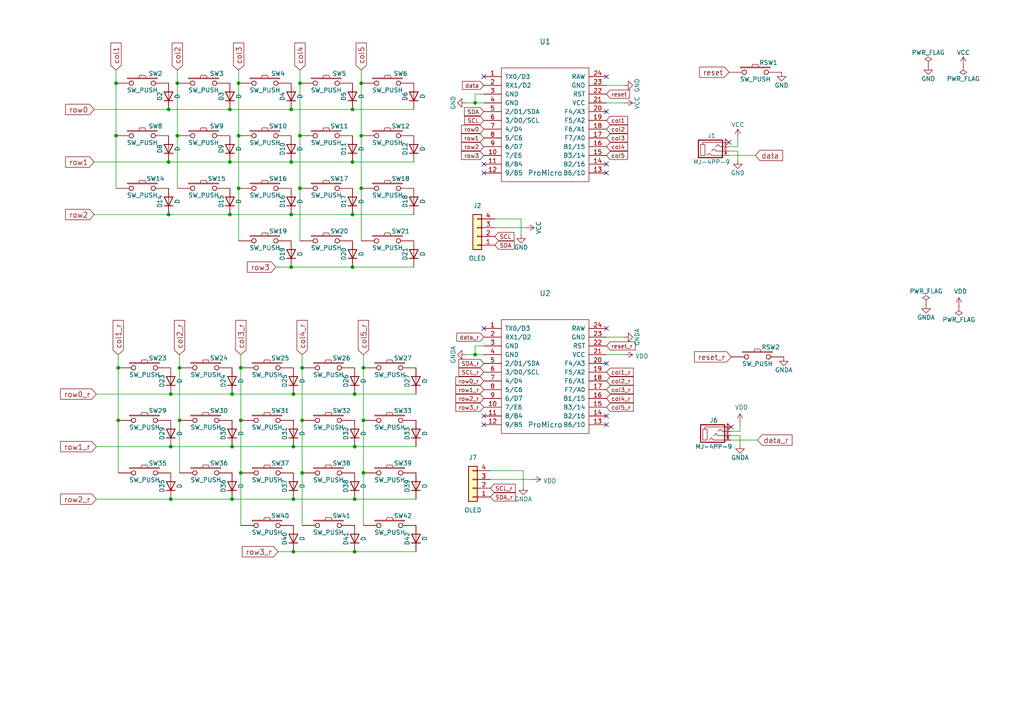
<source format=kicad_sch>
(kicad_sch (version 20211123) (generator eeschema)
  (paper "A4")
  (title_block (title "Card36") (date "2022-04-04") (rev "0.1") (company "desantisb") (comment 1 "design derived from foostan/crkbd"))
  (lib_symbols
    (symbol "Connector_Generic:Conn_01x04" (pin_names (offset 1.016) hide)
      (property "Reference" "J" (at 0 5.08 0))
      (property "Value" "Conn_01x04" (at 0 -7.62 0))
      (symbol "Conn_01x04_1_1"
        (rectangle (start -1.27 -4.953) (end 0 -5.207) (stroke (width 0.1524)))
        (rectangle (start -1.27 -2.413) (end 0 -2.667) (stroke (width 0.1524)))
        (rectangle (start -1.27 0.127) (end 0 -0.127) (stroke (width 0.1524)))
        (rectangle (start -1.27 2.667) (end 0 2.413) (stroke (width 0.1524)))
        (rectangle (start -1.27 3.81) (end 1.27 -6.35) (stroke (width 0.254)) (fill (type background)))
        (pin passive line (at -5.08 2.54 0) (length 3.81) (name "Pin_1") (number "1"))
        (pin passive line (at -5.08 0 0) (length 3.81) (name "Pin_2") (number "2"))
        (pin passive line (at -5.08 -2.54 0) (length 3.81) (name "Pin_3") (number "3"))
        (pin passive line (at -5.08 -5.08 0) (length 3.81) (name "Pin_4") (number "4"))
      )
    )
    (symbol "Device:D" (pin_numbers hide) (pin_names (offset 1.016) hide)
      (property "Reference" "D" (at 0 2.54 0))
      (property "Value" "D" (at 0 -2.54 0))
      (symbol "D_0_1"
        (polyline (pts (xy -1.27 1.27) (xy -1.27 -1.27)) (stroke (width 0.254)))
        (polyline (pts (xy 1.27 0) (xy -1.27 0)))
        (polyline (pts (xy 1.27 1.27) (xy 1.27 -1.27) (xy -1.27 0) (xy 1.27 1.27)) (stroke (width 0.254)))
      )
      (symbol "D_1_1"
        (pin passive line (at -3.81 0 0) (length 2.54) (name "K") (number "1"))
        (pin passive line (at 3.81 0 180) (length 2.54) (name "A") (number "2"))
      )
    )
    (symbol "kbd:MJ-4PP-9" (pin_names (offset 1.016))
      (property "Reference" "J" (at 0 3.81 0))
      (property "Value" "MJ-4PP-9" (at 0 -3.81 0))
      (symbol "MJ-4PP-9_0_1"
        (rectangle (start -1.905 -1.905) (end -3.175 1.27))
        (polyline (pts (xy -2.54 1.27) (xy -2.54 1.905) (xy 3.175 1.905)))
        (polyline (pts (xy -1.27 -1.905) (xy -0.635 -1.27) (xy 0 -1.905) (xy 3.175 -1.905)))
        (polyline (pts (xy 0 -0.635) (xy 0.635 0) (xy 1.27 -0.635) (xy 3.175 -0.635)))
        (polyline (pts (xy 1.27 0.635) (xy 1.905 1.27) (xy 2.54 0.635) (xy 3.175 0.635)))
        (rectangle (start 3.175 2.54) (end -3.81 -2.54) (stroke (width 0.3048)))
      )
      (symbol "MJ-4PP-9_1_1"
        (pin input line (at 5.08 1.905 180) (length 2.0066) (name "~") (number "A"))
        (pin input line (at 5.08 -1.905 180) (length 2.0066) (name "~") (number "B"))
        (pin input line (at 5.08 -0.635 180) (length 2.0066) (name "~") (number "C"))
        (pin input line (at 5.08 0.635 180) (length 2.0066) (name "~") (number "D"))
      )
    )
    (symbol "kbd:ProMicro" (pin_names (offset 1.016))
      (property "Reference" "U" (at 0 19.05 0))
      (property "Value" "ProMicro" (at 0 -19.05 0))
      (symbol "ProMicro_0_1"
        (rectangle (start -12.7 16.51) (end 12.7 -16.51))
      )
      (symbol "ProMicro_1_1"
        (pin bidirectional line (at -17.78 13.97 0) (length 5.08) (name "TX0/D3") (number "1"))
        (pin bidirectional line (at -17.78 -8.89 0) (length 5.08) (name "7/E6") (number "10"))
        (pin bidirectional line (at -17.78 -11.43 0) (length 5.08) (name "8/B4") (number "11"))
        (pin bidirectional line (at -17.78 -13.97 0) (length 5.08) (name "9/B5") (number "12"))
        (pin bidirectional line (at 17.78 -13.97 180) (length 5.08) (name "B6/10") (number "13"))
        (pin bidirectional line (at 17.78 -11.43 180) (length 5.08) (name "B2/16") (number "14"))
        (pin bidirectional line (at 17.78 -8.89 180) (length 5.08) (name "B3/14") (number "15"))
        (pin bidirectional line (at 17.78 -6.35 180) (length 5.08) (name "B1/15") (number "16"))
        (pin bidirectional line (at 17.78 -3.81 180) (length 5.08) (name "F7/A0") (number "17"))
        (pin bidirectional line (at 17.78 -1.27 180) (length 5.08) (name "F6/A1") (number "18"))
        (pin bidirectional line (at 17.78 1.27 180) (length 5.08) (name "F5/A2") (number "19"))
        (pin bidirectional line (at -17.78 11.43 0) (length 5.08) (name "RX1/D2") (number "2"))
        (pin bidirectional line (at 17.78 3.81 180) (length 5.08) (name "F4/A3") (number "20"))
        (pin power_in line (at 17.78 6.35 180) (length 5.08) (name "VCC") (number "21"))
        (pin input line (at 17.78 8.89 180) (length 5.08) (name "RST") (number "22"))
        (pin power_in line (at 17.78 11.43 180) (length 5.08) (name "GND") (number "23"))
        (pin power_out line (at 17.78 13.97 180) (length 5.08) (name "RAW") (number "24"))
        (pin power_in line (at -17.78 8.89 0) (length 5.08) (name "GND") (number "3"))
        (pin power_in line (at -17.78 6.35 0) (length 5.08) (name "GND") (number "4"))
        (pin bidirectional line (at -17.78 3.81 0) (length 5.08) (name "2/D1/SDA") (number "5"))
        (pin bidirectional line (at -17.78 1.27 0) (length 5.08) (name "3/D0/SCL") (number "6"))
        (pin bidirectional line (at -17.78 -1.27 0) (length 5.08) (name "4/D4") (number "7"))
        (pin bidirectional line (at -17.78 -3.81 0) (length 5.08) (name "5/C6") (number "8"))
        (pin bidirectional line (at -17.78 -6.35 0) (length 5.08) (name "6/D7") (number "9"))
      )
    )
    (symbol "kbd:SW_PUSH" (pin_numbers hide) (pin_names (offset 1.016) hide)
      (property "Reference" "SW" (at 3.81 2.794 0))
      (property "Value" "SW_PUSH" (at 0 -2.032 0))
      (symbol "SW_PUSH_0_1"
        (rectangle (start -4.318 1.27) (end 4.318 1.524))
        (polyline (pts (xy -1.016 1.524) (xy -0.762 2.286) (xy 0.762 2.286) (xy 1.016 1.524)))
        (pin passive inverted (at -7.62 0 0) (length 5.08) (name "1") (number "1"))
        (pin passive inverted (at 7.62 0 180) (length 5.08) (name "2") (number "2"))
      )
    )
    (symbol "power:GND" (power) (pin_names (offset 0))
      (property "Value" "GND" (at 0 -3.81 0))
      (symbol "GND_0_1"
        (polyline (pts (xy 0 0) (xy 0 -1.27) (xy 1.27 -1.27) (xy 0 -2.54) (xy -1.27 -1.27) (xy 0 -1.27)))
      )
      (symbol "GND_1_1"
        (pin power_in line (at 0 0 270) (length 0) hide (name "GND") (number "1"))
      )
    )
    (symbol "power:GNDA" (power) (pin_names (offset 0))
      (property "Value" "GNDA" (at 0 -3.81 0))
      (symbol "GNDA_0_1"
        (polyline (pts (xy 0 0) (xy 0 -1.27) (xy 1.27 -1.27) (xy 0 -2.54) (xy -1.27 -1.27) (xy 0 -1.27)))
      )
      (symbol "GNDA_1_1"
        (pin power_in line (at 0 0 270) (length 0) hide (name "GNDA") (number "1"))
      )
    )
    (symbol "power:PWR_FLAG" (power) (pin_numbers hide) (pin_names (offset 0) hide)
      (property "Value" "PWR_FLAG" (at 0 3.81 0))
      (symbol "PWR_FLAG_0_0"
        (pin power_out line (at 0 0 90) (length 0) (name "pwr") (number "1"))
      )
      (symbol "PWR_FLAG_0_1"
        (polyline (pts (xy 0 0) (xy 0 1.27) (xy -1.016 1.905) (xy 0 2.54) (xy 1.016 1.905) (xy 0 1.27)))
      )
    )
    (symbol "power:VCC" (power) (pin_names (offset 0))
      (property "Value" "VCC" (at 0 3.81 0))
      (symbol "VCC_0_1"
        (polyline (pts (xy -0.762 1.27) (xy 0 2.54)))
        (polyline (pts (xy 0 0) (xy 0 2.54)))
        (polyline (pts (xy 0 2.54) (xy 0.762 1.27)))
      )
      (symbol "VCC_1_1"
        (pin power_in line (at 0 0 90) (length 0) hide (name "VCC") (number "1"))
      )
    )
    (symbol "power:VDD" (power) (pin_names (offset 0))
      (property "Value" "VDD" (at 0 3.81 0))
      (symbol "VDD_0_1"
        (polyline (pts (xy -0.762 1.27) (xy 0 2.54)))
        (polyline (pts (xy 0 0) (xy 0 2.54)))
        (polyline (pts (xy 0 2.54) (xy 0.762 1.27)))
      )
      (symbol "VDD_1_1"
        (pin power_in line (at 0 0 90) (length 0) hide (name "VDD") (number "1"))
      )
    )
  )
  (junction (at 105.41 121.92))
  (junction (at 104.775 24.13))
  (junction (at 34.29 106.68))
  (junction (at 84.455 77.47))
  (junction (at 69.215 54.61))
  (junction (at 87.63 121.92))
  (junction (at 84.455 46.99))
  (junction (at 102.235 31.75))
  (junction (at 33.655 24.13))
  (junction (at 48.895 62.23))
  (junction (at 102.87 114.3))
  (junction (at 85.09 129.54))
  (junction (at 84.455 31.75))
  (junction (at 69.85 106.68))
  (junction (at 69.85 137.16))
  (junction (at 85.09 114.3))
  (junction (at 34.29 121.92))
  (junction (at 48.895 31.75))
  (junction (at 102.235 77.47))
  (junction (at 102.87 129.54))
  (junction (at 85.09 144.78))
  (junction (at 102.87 144.78))
  (junction (at 67.31 114.3))
  (junction (at 102.235 62.23))
  (junction (at 69.85 121.92))
  (junction (at 105.41 137.16))
  (junction (at 102.235 46.99))
  (junction (at 102.87 160.02))
  (junction (at 105.41 106.68))
  (junction (at 84.455 62.23))
  (junction (at 52.07 121.92))
  (junction (at 49.53 129.54))
  (junction (at 137.795 29.845))
  (junction (at 48.895 46.99))
  (junction (at 49.53 144.78))
  (junction (at 104.775 39.37))
  (junction (at 137.795 102.87))
  (junction (at 87.63 137.16))
  (junction (at 86.995 24.13))
  (junction (at 66.675 46.99))
  (junction (at 69.215 39.37))
  (junction (at 87.63 106.68))
  (junction (at 33.655 39.37))
  (junction (at 85.09 160.02))
  (junction (at 51.435 39.37))
  (junction (at 49.53 114.3))
  (junction (at 66.675 31.75))
  (junction (at 67.31 129.54))
  (junction (at 66.675 62.23))
  (junction (at 51.435 24.13))
  (junction (at 67.31 144.78))
  (junction (at 69.215 24.13))
  (junction (at 86.995 39.37))
  (junction (at 86.995 54.61))
  (junction (at 52.07 106.68))
  (junction (at 104.775 54.61))
  (no_connect (at 175.895 50.165))
  (no_connect (at 175.895 120.65))
  (no_connect (at 6.35 -20.955))
  (no_connect (at 175.895 32.385))
  (no_connect (at 212.09 123.825))
  (no_connect (at 140.335 50.165))
  (no_connect (at 140.335 95.25))
  (no_connect (at 140.335 22.225))
  (no_connect (at 175.895 105.41))
  (no_connect (at 140.335 120.65))
  (no_connect (at 211.455 41.275))
  (no_connect (at 140.335 123.19))
  (no_connect (at 175.895 95.25))
  (no_connect (at 140.335 47.625))
  (no_connect (at 175.895 47.625))
  (no_connect (at 175.895 22.225))
  (no_connect (at 175.895 123.19))
  (wire (pts (xy 137.795 27.305) (xy 137.795 29.845)))
  (wire (pts (xy 27.305 46.99) (xy 48.895 46.99)))
  (wire (pts (xy 33.655 39.37) (xy 33.655 54.61)))
  (wire (pts (xy 84.455 62.23) (xy 102.235 62.23)))
  (wire (pts (xy 104.775 54.61) (xy 104.775 69.85)))
  (wire (pts (xy 85.09 114.3) (xy 102.87 114.3)))
  (wire (pts (xy 105.41 121.92) (xy 105.41 137.16)))
  (wire (pts (xy 69.215 54.61) (xy 69.215 69.85)))
  (wire (pts (xy 34.29 106.68) (xy 34.29 121.92)))
  (wire (pts (xy 69.85 102.87) (xy 69.85 106.68)))
  (wire (pts (xy 87.63 137.16) (xy 87.63 152.4)))
  (wire (pts (xy 86.995 54.61) (xy 86.995 69.85)))
  (wire (pts (xy 214.63 126.365) (xy 214.63 128.905)))
  (wire (pts (xy 52.07 121.92) (xy 52.07 137.16)))
  (wire (pts (xy 211.455 42.545) (xy 213.995 42.545)))
  (wire (pts (xy 142.24 136.525) (xy 151.765 136.525)))
  (wire (pts (xy 52.07 102.87) (xy 52.07 106.68)))
  (wire (pts (xy 102.235 62.23) (xy 120.015 62.23)))
  (wire (pts (xy 140.335 100.33) (xy 137.795 100.33)))
  (wire (pts (xy 51.435 20.32) (xy 51.435 24.13)))
  (wire (pts (xy 214.63 125.095) (xy 214.63 122.555)))
  (wire (pts (xy 104.775 24.13) (xy 104.775 39.37)))
  (wire (pts (xy 142.24 139.065) (xy 154.305 139.065)))
  (wire (pts (xy 102.87 160.02) (xy 120.65 160.02)))
  (wire (pts (xy 102.235 31.75) (xy 120.015 31.75)))
  (wire (pts (xy 67.31 114.3) (xy 85.09 114.3)))
  (wire (pts (xy 69.85 121.92) (xy 69.85 137.16)))
  (wire (pts (xy 66.675 62.23) (xy 84.455 62.23)))
  (wire (pts (xy 175.895 24.765) (xy 180.975 24.765)))
  (wire (pts (xy 213.995 42.545) (xy 213.995 40.005)))
  (wire (pts (xy 140.335 27.305) (xy 137.795 27.305)))
  (wire (pts (xy 27.94 144.78) (xy 49.53 144.78)))
  (wire (pts (xy 212.09 126.365) (xy 214.63 126.365)))
  (wire (pts (xy 175.895 29.845) (xy 180.975 29.845)))
  (wire (pts (xy 84.455 77.47) (xy 102.235 77.47)))
  (wire (pts (xy 137.795 29.845) (xy 140.335 29.845)))
  (wire (pts (xy 67.31 144.78) (xy 85.09 144.78)))
  (wire (pts (xy 85.09 129.54) (xy 102.87 129.54)))
  (wire (pts (xy 69.215 39.37) (xy 69.215 54.61)))
  (wire (pts (xy 34.29 102.87) (xy 34.29 106.68)))
  (wire (pts (xy 48.895 62.23) (xy 66.675 62.23)))
  (wire (pts (xy 105.41 102.87) (xy 105.41 106.68)))
  (wire (pts (xy 51.435 39.37) (xy 51.435 54.61)))
  (wire (pts (xy 49.53 129.54) (xy 67.31 129.54)))
  (wire (pts (xy 151.765 136.525) (xy 151.765 140.97)))
  (wire (pts (xy 86.995 20.32) (xy 86.995 24.13)))
  (wire (pts (xy 69.215 20.32) (xy 69.215 24.13)))
  (wire (pts (xy 105.41 106.68) (xy 105.41 121.92)))
  (wire (pts (xy 86.995 39.37) (xy 86.995 54.61)))
  (wire (pts (xy 151.13 63.5) (xy 143.51 63.5)))
  (wire (pts (xy 84.455 31.75) (xy 102.235 31.75)))
  (wire (pts (xy 85.09 144.78) (xy 102.87 144.78)))
  (wire (pts (xy 135.255 29.845) (xy 137.795 29.845)))
  (wire (pts (xy 66.675 46.99) (xy 84.455 46.99)))
  (wire (pts (xy 143.51 66.04) (xy 152.4 66.04)))
  (wire (pts (xy 80.01 77.47) (xy 84.455 77.47)))
  (wire (pts (xy 102.235 77.47) (xy 120.015 77.47)))
  (wire (pts (xy 27.305 31.75) (xy 48.895 31.75)))
  (wire (pts (xy 102.87 144.78) (xy 120.65 144.78)))
  (wire (pts (xy 49.53 144.78) (xy 67.31 144.78)))
  (wire (pts (xy 51.435 24.13) (xy 51.435 39.37)))
  (wire (pts (xy 80.645 160.02) (xy 85.09 160.02)))
  (wire (pts (xy 212.09 125.095) (xy 214.63 125.095)))
  (wire (pts (xy 48.895 46.99) (xy 66.675 46.99)))
  (wire (pts (xy 33.655 24.13) (xy 33.655 39.37)))
  (wire (pts (xy 211.455 43.815) (xy 213.995 43.815)))
  (wire (pts (xy 67.31 129.54) (xy 85.09 129.54)))
  (wire (pts (xy 84.455 46.99) (xy 102.235 46.99)))
  (wire (pts (xy 34.29 121.92) (xy 34.29 137.16)))
  (wire (pts (xy 87.63 102.87) (xy 87.63 106.68)))
  (wire (pts (xy 48.895 31.75) (xy 66.675 31.75)))
  (wire (pts (xy 66.675 31.75) (xy 84.455 31.75)))
  (wire (pts (xy 87.63 106.68) (xy 87.63 121.92)))
  (wire (pts (xy 27.94 114.3) (xy 49.53 114.3)))
  (wire (pts (xy 211.455 45.085) (xy 219.075 45.085)))
  (wire (pts (xy 33.655 20.32) (xy 33.655 24.13)))
  (wire (pts (xy 49.53 114.3) (xy 67.31 114.3)))
  (wire (pts (xy 27.305 62.23) (xy 48.895 62.23)))
  (wire (pts (xy 212.09 127.635) (xy 219.71 127.635)))
  (wire (pts (xy 135.255 102.87) (xy 137.795 102.87)))
  (wire (pts (xy 27.94 129.54) (xy 49.53 129.54)))
  (wire (pts (xy 137.795 100.33) (xy 137.795 102.87)))
  (wire (pts (xy 175.895 97.79) (xy 180.975 97.79)))
  (wire (pts (xy 87.63 121.92) (xy 87.63 137.16)))
  (wire (pts (xy 102.87 129.54) (xy 120.65 129.54)))
  (wire (pts (xy 85.09 160.02) (xy 102.87 160.02)))
  (wire (pts (xy 213.995 43.815) (xy 213.995 46.355)))
  (wire (pts (xy 86.995 24.13) (xy 86.995 39.37)))
  (wire (pts (xy 105.41 137.16) (xy 105.41 152.4)))
  (wire (pts (xy 102.87 114.3) (xy 120.65 114.3)))
  (wire (pts (xy 104.775 20.32) (xy 104.775 24.13)))
  (wire (pts (xy 102.235 46.99) (xy 120.015 46.99)))
  (wire (pts (xy 104.775 39.37) (xy 104.775 54.61)))
  (wire (pts (xy 69.85 106.68) (xy 69.85 121.92)))
  (wire (pts (xy 52.07 106.68) (xy 52.07 121.92)))
  (wire (pts (xy 151.13 67.945) (xy 151.13 63.5)))
  (wire (pts (xy 69.215 24.13) (xy 69.215 39.37)))
  (wire (pts (xy 175.895 102.87) (xy 180.975 102.87)))
  (wire (pts (xy 69.85 137.16) (xy 69.85 152.4)))
  (wire (pts (xy 137.795 102.87) (xy 140.335 102.87)))
  (global_label "col4" (shape input) (at 175.895 42.545 0) (effects (font (size 1.1938 1.1938))) (property "Intersheet References" "${INTERSHEET_REFS}" (effects hide)))
  (global_label "col1" (shape input) (at 33.655 20.32 90) (effects (font (size 1.524 1.524))) (property "Intersheet References" "${INTERSHEET_REFS}" (effects hide)))
  (global_label "row3" (shape input) (at 140.335 45.085 180) (effects (font (size 1.1938 1.1938))) (property "Intersheet References" "${INTERSHEET_REFS}" (effects hide)))
  (global_label "col3_r" (shape input) (at 175.895 113.03 0) (effects (font (size 1.1938 1.1938))) (property "Intersheet References" "${INTERSHEET_REFS}" (effects hide)))
  (global_label "row0_r" (shape input) (at 140.335 110.49 180) (effects (font (size 1.1938 1.1938))) (property "Intersheet References" "${INTERSHEET_REFS}" (effects hide)))
  (global_label "row3_r" (shape input) (at 140.335 118.11 180) (effects (font (size 1.1938 1.1938))) (property "Intersheet References" "${INTERSHEET_REFS}" (effects hide)))
  (global_label "col3" (shape input) (at 69.215 20.32 90) (effects (font (size 1.524 1.524))) (property "Intersheet References" "${INTERSHEET_REFS}" (effects hide)))
  (global_label "reset_r" (shape input) (at 175.895 100.33 0) (effects (font (size 1.1938 1.1938))) (property "Intersheet References" "${INTERSHEET_REFS}" (effects hide)))
  (global_label "col4_r" (shape input) (at 87.63 102.87 90) (effects (font (size 1.524 1.524))) (property "Intersheet References" "${INTERSHEET_REFS}" (effects hide)))
  (global_label "row2" (shape input) (at 140.335 42.545 180) (effects (font (size 1.1938 1.1938))) (property "Intersheet References" "${INTERSHEET_REFS}" (effects hide)))
  (global_label "col3_r" (shape input) (at 69.85 102.87 90) (effects (font (size 1.524 1.524))) (property "Intersheet References" "${INTERSHEET_REFS}" (effects hide)))
  (global_label "reset" (shape input) (at 175.895 27.305 0) (effects (font (size 1.1938 1.1938))) (property "Intersheet References" "${INTERSHEET_REFS}" (effects hide)))
  (global_label "row2_r" (shape input) (at 140.335 115.57 180) (effects (font (size 1.1938 1.1938))) (property "Intersheet References" "${INTERSHEET_REFS}" (effects hide)))
  (global_label "col2" (shape input) (at 175.895 37.465 0) (effects (font (size 1.1938 1.1938))) (property "Intersheet References" "${INTERSHEET_REFS}" (effects hide)))
  (global_label "SCL" (shape input) (at 143.51 68.58 0) (effects (font (size 1.1938 1.1938))) (property "Intersheet References" "${INTERSHEET_REFS}" (effects hide)))
  (global_label "col5_r" (shape input) (at 175.895 118.11 0) (effects (font (size 1.1938 1.1938))) (property "Intersheet References" "${INTERSHEET_REFS}" (effects hide)))
  (global_label "data" (shape input) (at 140.335 24.765 180) (effects (font (size 1.1938 1.1938))) (property "Intersheet References" "${INTERSHEET_REFS}" (effects hide)))
  (global_label "row1" (shape input) (at 140.335 40.005 180) (effects (font (size 1.1938 1.1938))) (property "Intersheet References" "${INTERSHEET_REFS}" (effects hide)))
  (global_label "col4" (shape input) (at 86.995 20.32 90) (effects (font (size 1.524 1.524))) (property "Intersheet References" "${INTERSHEET_REFS}" (effects hide)))
  (global_label "col1_r" (shape input) (at 175.895 107.95 0) (effects (font (size 1.1938 1.1938))) (property "Intersheet References" "${INTERSHEET_REFS}" (effects hide)))
  (global_label "data_r" (shape input) (at 140.335 97.79 180) (effects (font (size 1.1938 1.1938))) (property "Intersheet References" "${INTERSHEET_REFS}" (effects hide)))
  (global_label "SCL" (shape input) (at 140.335 34.925 180) (effects (font (size 1.1938 1.1938))) (property "Intersheet References" "${INTERSHEET_REFS}" (effects hide)))
  (global_label "SDA_r" (shape input) (at 140.335 105.41 180) (effects (font (size 1.1938 1.1938))) (property "Intersheet References" "${INTERSHEET_REFS}" (effects hide)))
  (global_label "reset_r" (shape input) (at 212.09 103.505 180) (effects (font (size 1.524 1.524))) (property "Intersheet References" "${INTERSHEET_REFS}" (effects hide)))
  (global_label "row0" (shape input) (at 27.305 31.75 180) (effects (font (size 1.524 1.524))) (property "Intersheet References" "${INTERSHEET_REFS}" (effects hide)))
  (global_label "col2_r" (shape input) (at 175.895 110.49 0) (effects (font (size 1.1938 1.1938))) (property "Intersheet References" "${INTERSHEET_REFS}" (effects hide)))
  (global_label "col3" (shape input) (at 175.895 40.005 0) (effects (font (size 1.1938 1.1938))) (property "Intersheet References" "${INTERSHEET_REFS}" (effects hide)))
  (global_label "row2_r" (shape input) (at 27.94 144.78 180) (effects (font (size 1.524 1.524))) (property "Intersheet References" "${INTERSHEET_REFS}" (effects hide)))
  (global_label "row2" (shape input) (at 27.305 62.23 180) (effects (font (size 1.524 1.524))) (property "Intersheet References" "${INTERSHEET_REFS}" (effects hide)))
  (global_label "row0" (shape input) (at 140.335 37.465 180) (effects (font (size 1.1938 1.1938))) (property "Intersheet References" "${INTERSHEET_REFS}" (effects hide)))
  (global_label "reset" (shape input) (at 211.455 20.955 180) (effects (font (size 1.524 1.524))) (property "Intersheet References" "${INTERSHEET_REFS}" (effects hide)))
  (global_label "row3_r" (shape input) (at 80.645 160.02 180) (effects (font (size 1.524 1.524))) (property "Intersheet References" "${INTERSHEET_REFS}" (effects hide)))
  (global_label "data_r" (shape input) (at 219.71 127.635 0) (effects (font (size 1.524 1.524))) (property "Intersheet References" "${INTERSHEET_REFS}" (effects hide)))
  (global_label "col2_r" (shape input) (at 52.07 102.87 90) (effects (font (size 1.524 1.524))) (property "Intersheet References" "${INTERSHEET_REFS}" (effects hide)))
  (global_label "SCL_r" (shape input) (at 142.24 141.605 0) (effects (font (size 1.1938 1.1938))) (property "Intersheet References" "${INTERSHEET_REFS}" (effects hide)))
  (global_label "SDA" (shape input) (at 140.335 32.385 180) (effects (font (size 1.1938 1.1938))) (property "Intersheet References" "${INTERSHEET_REFS}" (effects hide)))
  (global_label "row1_r" (shape input) (at 140.335 113.03 180) (effects (font (size 1.1938 1.1938))) (property "Intersheet References" "${INTERSHEET_REFS}" (effects hide)))
  (global_label "col5" (shape input) (at 175.895 45.085 0) (effects (font (size 1.1938 1.1938))) (property "Intersheet References" "${INTERSHEET_REFS}" (effects hide)))
  (global_label "row1" (shape input) (at 27.305 46.99 180) (effects (font (size 1.524 1.524))) (property "Intersheet References" "${INTERSHEET_REFS}" (effects hide)))
  (global_label "col5_r" (shape input) (at 105.41 102.87 90) (effects (font (size 1.524 1.524))) (property "Intersheet References" "${INTERSHEET_REFS}" (effects hide)))
  (global_label "SDA" (shape input) (at 143.51 71.12 0) (effects (font (size 1.1938 1.1938))) (property "Intersheet References" "${INTERSHEET_REFS}" (effects hide)))
  (global_label "row0_r" (shape input) (at 27.94 114.3 180) (effects (font (size 1.524 1.524))) (property "Intersheet References" "${INTERSHEET_REFS}" (effects hide)))
  (global_label "col1" (shape input) (at 175.895 34.925 0) (effects (font (size 1.1938 1.1938))) (property "Intersheet References" "${INTERSHEET_REFS}" (effects hide)))
  (global_label "col1_r" (shape input) (at 34.29 102.87 90) (effects (font (size 1.524 1.524))) (property "Intersheet References" "${INTERSHEET_REFS}" (effects hide)))
  (global_label "col2" (shape input) (at 51.435 20.32 90) (effects (font (size 1.524 1.524))) (property "Intersheet References" "${INTERSHEET_REFS}" (effects hide)))
  (global_label "data" (shape input) (at 219.075 45.085 0) (effects (font (size 1.524 1.524))) (property "Intersheet References" "${INTERSHEET_REFS}" (effects hide)))
  (global_label "col5" (shape input) (at 104.775 20.32 90) (effects (font (size 1.524 1.524))) (property "Intersheet References" "${INTERSHEET_REFS}" (effects hide)))
  (global_label "row1_r" (shape input) (at 27.94 129.54 180) (effects (font (size 1.524 1.524))) (property "Intersheet References" "${INTERSHEET_REFS}" (effects hide)))
  (global_label "col4_r" (shape input) (at 175.895 115.57 0) (effects (font (size 1.1938 1.1938))) (property "Intersheet References" "${INTERSHEET_REFS}" (effects hide)))
  (global_label "SCL_r" (shape input) (at 140.335 107.95 180) (effects (font (size 1.1938 1.1938))) (property "Intersheet References" "${INTERSHEET_REFS}" (effects hide)))
  (global_label "SDA_r" (shape input) (at 142.24 144.145 0) (effects (font (size 1.1938 1.1938))) (property "Intersheet References" "${INTERSHEET_REFS}" (effects hide)))
  (global_label "row3" (shape input) (at 80.01 77.47 180) (effects (font (size 1.524 1.524))) (property "Intersheet References" "${INTERSHEET_REFS}" (effects hide)))
  (symbol (lib_id "kbd:ProMicro") (at 158.115 36.195 0) (unit 1)
    (property "Reference" "U1" (at 158.115 12.065 0) (effects (font (size 1.524 1.524))))
    (property "Value" "ProMicro" (at 158.115 50.165 0) (effects (font (size 1.524 1.524))))
    (property "Footprint" "kbd:ProMicro_v3" (effects hide))
  )
  (symbol (lib_id "kbd:SW_PUSH") (at 41.275 24.13 0) (unit 1)
    (property "Reference" "SW2" (at 45.085 21.336 0))
    (property "Value" "SW_PUSH" (at 41.275 26.162 0))
    (property "Footprint" "kbd:CherryMX_ChocV2_1u" (effects hide))
  )
  (symbol (lib_id "Device:D") (at 48.895 27.94 90) (unit 1)
    (property "Reference" "D2" (at 46.355 27.94 0))
    (property "Value" "D" (at 51.435 27.94 0))
    (property "Footprint" "kbd:D3_TH" (effects hide))
  )
  (symbol (lib_id "kbd:SW_PUSH") (at 59.055 24.13 0) (unit 1)
    (property "Reference" "SW3" (at 62.865 21.336 0))
    (property "Value" "SW_PUSH" (at 59.055 26.162 0))
    (property "Footprint" "kbd:CherryMX_ChocV2_1u" (effects hide))
  )
  (symbol (lib_id "Device:D") (at 66.675 27.94 90) (unit 1)
    (property "Reference" "D3" (at 64.135 27.94 0))
    (property "Value" "D" (at 69.215 27.94 0))
    (property "Footprint" "kbd:D3_TH" (effects hide))
  )
  (symbol (lib_id "kbd:SW_PUSH") (at 76.835 24.13 0) (unit 1)
    (property "Reference" "SW4" (at 80.645 21.336 0))
    (property "Value" "SW_PUSH" (at 76.835 26.162 0))
    (property "Footprint" "kbd:CherryMX_ChocV2_1u" (effects hide))
  )
  (symbol (lib_id "kbd:SW_PUSH") (at 94.615 24.13 0) (unit 1)
    (property "Reference" "SW5" (at 98.425 21.336 0))
    (property "Value" "SW_PUSH" (at 94.615 26.162 0))
    (property "Footprint" "kbd:CherryMX_ChocV2_1u" (effects hide))
  )
  (symbol (lib_id "kbd:SW_PUSH") (at 112.395 24.13 0) (unit 1)
    (property "Reference" "SW6" (at 116.205 21.336 0))
    (property "Value" "SW_PUSH" (at 112.395 26.162 0))
    (property "Footprint" "kbd:CherryMX_ChocV2_1u" (effects hide))
  )
  (symbol (lib_id "Device:D") (at 84.455 27.94 90) (unit 1)
    (property "Reference" "D4" (at 81.915 27.94 0))
    (property "Value" "D" (at 86.995 27.94 0))
    (property "Footprint" "kbd:D3_TH" (effects hide))
  )
  (symbol (lib_id "Device:D") (at 102.235 27.94 90) (unit 1)
    (property "Reference" "D5" (at 99.695 27.94 0))
    (property "Value" "D" (at 104.775 27.94 0))
    (property "Footprint" "kbd:D3_TH" (effects hide))
  )
  (symbol (lib_id "Device:D") (at 120.015 27.94 90) (unit 1)
    (property "Reference" "D6" (at 117.475 27.94 0))
    (property "Value" "D" (at 122.555 27.94 0))
    (property "Footprint" "kbd:D3_TH" (effects hide))
  )
  (symbol (lib_id "kbd:SW_PUSH") (at 41.275 39.37 0) (unit 1)
    (property "Reference" "SW8" (at 45.085 36.576 0))
    (property "Value" "SW_PUSH" (at 41.275 41.402 0))
    (property "Footprint" "kbd:CherryMX_ChocV2_1u" (effects hide))
  )
  (symbol (lib_id "Device:D") (at 48.895 43.18 90) (unit 1)
    (property "Reference" "D8" (at 46.355 43.18 0))
    (property "Value" "D" (at 51.435 43.18 0))
    (property "Footprint" "kbd:D3_TH" (effects hide))
  )
  (symbol (lib_id "kbd:SW_PUSH") (at 59.055 39.37 0) (unit 1)
    (property "Reference" "SW9" (at 62.865 36.576 0))
    (property "Value" "SW_PUSH" (at 59.055 41.402 0))
    (property "Footprint" "kbd:CherryMX_ChocV2_1u" (effects hide))
  )
  (symbol (lib_id "Device:D") (at 66.675 43.18 90) (unit 1)
    (property "Reference" "D9" (at 64.135 43.18 0))
    (property "Value" "D" (at 69.215 43.18 0))
    (property "Footprint" "kbd:D3_TH" (effects hide))
  )
  (symbol (lib_id "kbd:SW_PUSH") (at 76.835 39.37 0) (unit 1)
    (property "Reference" "SW10" (at 80.645 36.576 0))
    (property "Value" "SW_PUSH" (at 76.835 41.402 0))
    (property "Footprint" "kbd:CherryMX_ChocV2_1u" (effects hide))
  )
  (symbol (lib_id "kbd:SW_PUSH") (at 94.615 39.37 0) (unit 1)
    (property "Reference" "SW11" (at 98.425 36.576 0))
    (property "Value" "SW_PUSH" (at 94.615 41.402 0))
    (property "Footprint" "kbd:CherryMX_ChocV2_1u" (effects hide))
  )
  (symbol (lib_id "kbd:SW_PUSH") (at 112.395 39.37 0) (unit 1)
    (property "Reference" "SW12" (at 116.205 36.576 0))
    (property "Value" "SW_PUSH" (at 112.395 41.402 0))
    (property "Footprint" "kbd:CherryMX_ChocV2_1u" (effects hide))
  )
  (symbol (lib_id "Device:D") (at 84.455 43.18 90) (unit 1)
    (property "Reference" "D10" (at 81.915 43.18 0))
    (property "Value" "D" (at 86.995 43.18 0))
    (property "Footprint" "kbd:D3_TH" (effects hide))
  )
  (symbol (lib_id "Device:D") (at 102.235 43.18 90) (unit 1)
    (property "Reference" "D11" (at 99.695 43.18 0))
    (property "Value" "D" (at 104.775 43.18 0))
    (property "Footprint" "kbd:D3_TH" (effects hide))
  )
  (symbol (lib_id "Device:D") (at 120.015 43.18 90) (unit 1)
    (property "Reference" "D12" (at 117.475 43.18 0))
    (property "Value" "D" (at 122.555 43.18 0))
    (property "Footprint" "kbd:D3_TH" (effects hide))
  )
  (symbol (lib_id "kbd:SW_PUSH") (at 41.275 54.61 0) (unit 1)
    (property "Reference" "SW14" (at 45.085 51.816 0))
    (property "Value" "SW_PUSH" (at 41.275 56.642 0))
    (property "Footprint" "kbd:CherryMX_ChocV2_1u" (effects hide))
  )
  (symbol (lib_id "Device:D") (at 48.895 58.42 90) (unit 1)
    (property "Reference" "D14" (at 46.355 58.42 0))
    (property "Value" "D" (at 51.435 58.42 0))
    (property "Footprint" "kbd:D3_TH" (effects hide))
  )
  (symbol (lib_id "kbd:SW_PUSH") (at 59.055 54.61 0) (unit 1)
    (property "Reference" "SW15" (at 62.865 51.816 0))
    (property "Value" "SW_PUSH" (at 59.055 56.642 0))
    (property "Footprint" "kbd:CherryMX_ChocV2_1u" (effects hide))
  )
  (symbol (lib_id "Device:D") (at 66.675 58.42 90) (unit 1)
    (property "Reference" "D15" (at 64.135 58.42 0))
    (property "Value" "D" (at 69.215 58.42 0))
    (property "Footprint" "kbd:D3_TH" (effects hide))
  )
  (symbol (lib_id "kbd:SW_PUSH") (at 76.835 54.61 0) (unit 1)
    (property "Reference" "SW16" (at 80.645 51.816 0))
    (property "Value" "SW_PUSH" (at 76.835 56.642 0))
    (property "Footprint" "kbd:CherryMX_ChocV2_1u" (effects hide))
  )
  (symbol (lib_id "kbd:SW_PUSH") (at 94.615 54.61 0) (unit 1)
    (property "Reference" "SW17" (at 98.425 51.816 0))
    (property "Value" "SW_PUSH" (at 94.615 56.642 0))
    (property "Footprint" "kbd:CherryMX_ChocV2_1u" (effects hide))
  )
  (symbol (lib_id "kbd:SW_PUSH") (at 112.395 54.61 0) (unit 1)
    (property "Reference" "SW18" (at 116.205 51.816 0))
    (property "Value" "SW_PUSH" (at 112.395 56.642 0))
    (property "Footprint" "kbd:CherryMX_ChocV2_1u" (effects hide))
  )
  (symbol (lib_id "Device:D") (at 84.455 58.42 90) (unit 1)
    (property "Reference" "D16" (at 81.915 58.42 0))
    (property "Value" "D" (at 86.995 58.42 0))
    (property "Footprint" "kbd:D3_TH" (effects hide))
  )
  (symbol (lib_id "Device:D") (at 102.235 58.42 90) (unit 1)
    (property "Reference" "D17" (at 99.695 58.42 0))
    (property "Value" "D" (at 104.775 58.42 0))
    (property "Footprint" "kbd:D3_TH" (effects hide))
  )
  (symbol (lib_id "Device:D") (at 120.015 58.42 90) (unit 1)
    (property "Reference" "D18" (at 117.475 58.42 0))
    (property "Value" "D" (at 122.555 58.42 0))
    (property "Footprint" "kbd:D3_TH" (effects hide))
  )
  (symbol (lib_id "kbd:SW_PUSH") (at 94.615 69.85 0) (unit 1)
    (property "Reference" "SW20" (at 98.425 67.056 0))
    (property "Value" "SW_PUSH" (at 94.615 71.882 0))
    (property "Footprint" "kbd:CherryMX_ChocV2_1u" (effects hide))
  )
  (symbol (lib_id "Device:D") (at 102.235 73.66 90) (unit 1)
    (property "Reference" "D20" (at 99.695 73.66 0))
    (property "Value" "D" (at 104.775 73.66 0))
    (property "Footprint" "kbd:D3_TH" (effects hide))
  )
  (symbol (lib_id "kbd:SW_PUSH") (at 112.395 69.85 0) (unit 1)
    (property "Reference" "SW21" (at 116.205 67.056 0))
    (property "Value" "SW_PUSH" (at 112.395 71.882 0))
    (property "Footprint" "kbd:CherryMX_ChocV2_1.5u" (effects hide))
  )
  (symbol (lib_id "Device:D") (at 120.015 73.66 90) (unit 1)
    (property "Reference" "D21" (at 117.475 73.66 0))
    (property "Value" "D" (at 122.555 73.66 0))
    (property "Footprint" "kbd:D3_TH" (effects hide))
  )
  (symbol (lib_id "kbd:SW_PUSH") (at 76.835 69.85 0) (unit 1)
    (property "Reference" "SW19" (at 80.645 67.056 0))
    (property "Value" "SW_PUSH" (at 76.835 71.882 0))
    (property "Footprint" "kbd:CherryMX_ChocV2_1u" (effects hide))
  )
  (symbol (lib_id "Device:D") (at 84.455 73.66 90) (unit 1)
    (property "Reference" "D19" (at 81.915 73.66 0))
    (property "Value" "D" (at 86.995 73.66 0))
    (property "Footprint" "kbd:D3_TH" (effects hide))
  )
  (symbol (lib_id "power:GND") (at 180.975 24.765 90) (unit 1)
    (property "Reference" "#PWR03" (effects hide))
    (property "Value" "GND" (at 184.785 24.765 0))
  )
  (symbol (lib_id "power:VCC") (at 180.975 29.845 270) (unit 1)
    (property "Reference" "#PWR05" (effects hide))
    (property "Value" "VCC" (at 184.785 29.845 0))
  )
  (symbol (lib_id "power:GND") (at 135.255 29.845 270) (unit 1)
    (property "Reference" "#PWR04" (effects hide))
    (property "Value" "GND" (at 131.445 29.845 0))
  )
  (symbol (lib_id "power:GND") (at 269.24 19.05 0) (unit 1)
    (property "Reference" "#PWR01" (effects hide))
    (property "Value" "GND" (at 269.24 22.86 0))
  )
  (symbol (lib_id "power:VCC") (at 279.4 19.05 0) (unit 1)
    (property "Reference" "#PWR02" (effects hide))
    (property "Value" "VCC" (at 279.4 15.24 0))
  )
  (symbol (lib_id "power:PWR_FLAG") (at 279.4 19.05 180) (unit 1)
    (property "Reference" "#FLG02" (effects hide))
    (property "Value" "PWR_FLAG" (at 279.4 22.86 0))
  )
  (symbol (lib_id "power:PWR_FLAG") (at 269.24 19.05 0) (unit 1)
    (property "Reference" "#FLG01" (effects hide))
    (property "Value" "PWR_FLAG" (at 269.24 15.24 0))
  )
  (symbol (lib_id "kbd:SW_PUSH") (at 219.075 20.955 0) (unit 1)
    (property "Reference" "RSW1" (at 222.885 18.161 0))
    (property "Value" "SW_PUSH" (at 219.075 22.987 0))
    (property "Footprint" "kbd:ResetSW_1side" (effects hide))
  )
  (symbol (lib_id "power:GND") (at 226.695 20.955 0) (unit 1)
    (property "Reference" "#PWR07" (effects hide))
    (property "Value" "GND" (at 226.695 24.765 0))
  )
  (symbol (lib_id "power:VCC") (at 213.995 40.005 0) (unit 1)
    (property "Reference" "#PWR06" (effects hide))
    (property "Value" "VCC" (at 213.995 36.195 0))
  )
  (symbol (lib_id "power:GND") (at 213.995 46.355 0) (unit 1)
    (property "Reference" "#PWR08" (effects hide))
    (property "Value" "GND" (at 213.995 50.165 0))
  )
  (symbol (lib_id "Connector_Generic:Conn_01x04") (at 138.43 68.58 180) (unit 1)
    (property "Reference" "J2" (at 138.43 59.69 0))
    (property "Value" "OLED" (at 138.43 74.93 0))
    (property "Footprint" "kbd:OLED_1side" (effects hide))
  )
  (symbol (lib_id "power:GND") (at 151.13 67.945 0) (unit 1)
    (property "Reference" "#PWR019" (effects hide))
    (property "Value" "GND" (at 151.13 71.755 0))
  )
  (symbol (lib_id "power:VCC") (at 152.4 66.04 270) (unit 1)
    (property "Reference" "#PWR018" (effects hide))
    (property "Value" "VCC" (at 156.21 66.04 0))
  )
  (symbol (lib_id "kbd:MJ-4PP-9") (at 206.375 43.18 0) (unit 1)
    (property "Reference" "J1" (at 206.375 39.37 0))
    (property "Value" "MJ-4PP-9" (at 206.375 46.99 0))
    (property "Footprint" "kbd:MJ-4PP-9_1side" (effects hide))
  )
  (symbol (lib_id "kbd:ProMicro") (at 158.115 109.22 0) (unit 1)
    (property "Reference" "U2" (at 158.115 85.09 0) (effects (font (size 1.524 1.524))))
    (property "Value" "ProMicro" (at 158.115 123.19 0) (effects (font (size 1.524 1.524))))
    (property "Footprint" "kbd:ProMicro_v3" (effects hide))
  )
  (symbol (lib_id "kbd:SW_PUSH") (at 41.91 106.68 0) (unit 1)
    (property "Reference" "SW23" (at 45.72 103.886 0))
    (property "Value" "SW_PUSH" (at 41.91 108.712 0))
    (property "Footprint" "kbd:CherryMX_ChocV2_1u" (effects hide))
  )
  (symbol (lib_id "Device:D") (at 49.53 110.49 90) (unit 1)
    (property "Reference" "D23" (at 46.99 110.49 0))
    (property "Value" "D" (at 52.07 110.49 0))
    (property "Footprint" "kbd:D3_TH" (effects hide))
  )
  (symbol (lib_id "kbd:SW_PUSH") (at 59.69 106.68 0) (unit 1)
    (property "Reference" "SW24" (at 63.5 103.886 0))
    (property "Value" "SW_PUSH" (at 59.69 108.712 0))
    (property "Footprint" "kbd:CherryMX_ChocV2_1u" (effects hide))
  )
  (symbol (lib_id "Device:D") (at 67.31 110.49 90) (unit 1)
    (property "Reference" "D24" (at 64.77 110.49 0))
    (property "Value" "D" (at 69.85 110.49 0))
    (property "Footprint" "kbd:D3_TH" (effects hide))
  )
  (symbol (lib_id "kbd:SW_PUSH") (at 77.47 106.68 0) (unit 1)
    (property "Reference" "SW25" (at 81.28 103.886 0))
    (property "Value" "SW_PUSH" (at 77.47 108.712 0))
    (property "Footprint" "kbd:CherryMX_ChocV2_1u" (effects hide))
  )
  (symbol (lib_id "kbd:SW_PUSH") (at 95.25 106.68 0) (unit 1)
    (property "Reference" "SW26" (at 99.06 103.886 0))
    (property "Value" "SW_PUSH" (at 95.25 108.712 0))
    (property "Footprint" "kbd:CherryMX_ChocV2_1u" (effects hide))
  )
  (symbol (lib_id "kbd:SW_PUSH") (at 113.03 106.68 0) (unit 1)
    (property "Reference" "SW27" (at 116.84 103.886 0))
    (property "Value" "SW_PUSH" (at 113.03 108.712 0))
    (property "Footprint" "kbd:CherryMX_ChocV2_1u" (effects hide))
  )
  (symbol (lib_id "Device:D") (at 85.09 110.49 90) (unit 1)
    (property "Reference" "D25" (at 82.55 110.49 0))
    (property "Value" "D" (at 87.63 110.49 0))
    (property "Footprint" "kbd:D3_TH" (effects hide))
  )
  (symbol (lib_id "Device:D") (at 102.87 110.49 90) (unit 1)
    (property "Reference" "D26" (at 100.33 110.49 0))
    (property "Value" "D" (at 105.41 110.49 0))
    (property "Footprint" "kbd:D3_TH" (effects hide))
  )
  (symbol (lib_id "Device:D") (at 120.65 110.49 90) (unit 1)
    (property "Reference" "D27" (at 118.11 110.49 0))
    (property "Value" "D" (at 123.19 110.49 0))
    (property "Footprint" "kbd:D3_TH" (effects hide))
  )
  (symbol (lib_id "kbd:SW_PUSH") (at 41.91 121.92 0) (unit 1)
    (property "Reference" "SW29" (at 45.72 119.126 0))
    (property "Value" "SW_PUSH" (at 41.91 123.952 0))
    (property "Footprint" "kbd:CherryMX_ChocV2_1u" (effects hide))
  )
  (symbol (lib_id "Device:D") (at 49.53 125.73 90) (unit 1)
    (property "Reference" "D29" (at 46.99 125.73 0))
    (property "Value" "D" (at 52.07 125.73 0))
    (property "Footprint" "kbd:D3_TH" (effects hide))
  )
  (symbol (lib_id "kbd:SW_PUSH") (at 59.69 121.92 0) (unit 1)
    (property "Reference" "SW30" (at 63.5 119.126 0))
    (property "Value" "SW_PUSH" (at 59.69 123.952 0))
    (property "Footprint" "kbd:CherryMX_ChocV2_1u" (effects hide))
  )
  (symbol (lib_id "Device:D") (at 67.31 125.73 90) (unit 1)
    (property "Reference" "D30" (at 64.77 125.73 0))
    (property "Value" "D" (at 69.85 125.73 0))
    (property "Footprint" "kbd:D3_TH" (effects hide))
  )
  (symbol (lib_id "kbd:SW_PUSH") (at 77.47 121.92 0) (unit 1)
    (property "Reference" "SW31" (at 81.28 119.126 0))
    (property "Value" "SW_PUSH" (at 77.47 123.952 0))
    (property "Footprint" "kbd:CherryMX_ChocV2_1u" (effects hide))
  )
  (symbol (lib_id "kbd:SW_PUSH") (at 95.25 121.92 0) (unit 1)
    (property "Reference" "SW32" (at 99.06 119.126 0))
    (property "Value" "SW_PUSH" (at 95.25 123.952 0))
    (property "Footprint" "kbd:CherryMX_ChocV2_1u" (effects hide))
  )
  (symbol (lib_id "kbd:SW_PUSH") (at 113.03 121.92 0) (unit 1)
    (property "Reference" "SW33" (at 116.84 119.126 0))
    (property "Value" "SW_PUSH" (at 113.03 123.952 0))
    (property "Footprint" "kbd:CherryMX_ChocV2_1u" (effects hide))
  )
  (symbol (lib_id "Device:D") (at 85.09 125.73 90) (unit 1)
    (property "Reference" "D31" (at 82.55 125.73 0))
    (property "Value" "D" (at 87.63 125.73 0))
    (property "Footprint" "kbd:D3_TH" (effects hide))
  )
  (symbol (lib_id "Device:D") (at 102.87 125.73 90) (unit 1)
    (property "Reference" "D32" (at 100.33 125.73 0))
    (property "Value" "D" (at 105.41 125.73 0))
    (property "Footprint" "kbd:D3_TH" (effects hide))
  )
  (symbol (lib_id "Device:D") (at 120.65 125.73 90) (unit 1)
    (property "Reference" "D33" (at 118.11 125.73 0))
    (property "Value" "D" (at 123.19 125.73 0))
    (property "Footprint" "kbd:D3_TH" (effects hide))
  )
  (symbol (lib_id "kbd:SW_PUSH") (at 41.91 137.16 0) (unit 1)
    (property "Reference" "SW35" (at 45.72 134.366 0))
    (property "Value" "SW_PUSH" (at 41.91 139.192 0))
    (property "Footprint" "kbd:CherryMX_ChocV2_1u" (effects hide))
  )
  (symbol (lib_id "Device:D") (at 49.53 140.97 90) (unit 1)
    (property "Reference" "D35" (at 46.99 140.97 0))
    (property "Value" "D" (at 52.07 140.97 0))
    (property "Footprint" "kbd:D3_TH" (effects hide))
  )
  (symbol (lib_id "kbd:SW_PUSH") (at 59.69 137.16 0) (unit 1)
    (property "Reference" "SW36" (at 63.5 134.366 0))
    (property "Value" "SW_PUSH" (at 59.69 139.192 0))
    (property "Footprint" "kbd:CherryMX_ChocV2_1u" (effects hide))
  )
  (symbol (lib_id "Device:D") (at 67.31 140.97 90) (unit 1)
    (property "Reference" "D36" (at 64.77 140.97 0))
    (property "Value" "D" (at 69.85 140.97 0))
    (property "Footprint" "kbd:D3_TH" (effects hide))
  )
  (symbol (lib_id "kbd:SW_PUSH") (at 77.47 137.16 0) (unit 1)
    (property "Reference" "SW37" (at 81.28 134.366 0))
    (property "Value" "SW_PUSH" (at 77.47 139.192 0))
    (property "Footprint" "kbd:CherryMX_ChocV2_1u" (effects hide))
  )
  (symbol (lib_id "kbd:SW_PUSH") (at 95.25 137.16 0) (unit 1)
    (property "Reference" "SW38" (at 99.06 134.366 0))
    (property "Value" "SW_PUSH" (at 95.25 139.192 0))
    (property "Footprint" "kbd:CherryMX_ChocV2_1u" (effects hide))
  )
  (symbol (lib_id "kbd:SW_PUSH") (at 113.03 137.16 0) (unit 1)
    (property "Reference" "SW39" (at 116.84 134.366 0))
    (property "Value" "SW_PUSH" (at 113.03 139.192 0))
    (property "Footprint" "kbd:CherryMX_ChocV2_1u" (effects hide))
  )
  (symbol (lib_id "Device:D") (at 85.09 140.97 90) (unit 1)
    (property "Reference" "D37" (at 82.55 140.97 0))
    (property "Value" "D" (at 87.63 140.97 0))
    (property "Footprint" "kbd:D3_TH" (effects hide))
  )
  (symbol (lib_id "Device:D") (at 102.87 140.97 90) (unit 1)
    (property "Reference" "D38" (at 100.33 140.97 0))
    (property "Value" "D" (at 105.41 140.97 0))
    (property "Footprint" "kbd:D3_TH" (effects hide))
  )
  (symbol (lib_id "Device:D") (at 120.65 140.97 90) (unit 1)
    (property "Reference" "D39" (at 118.11 140.97 0))
    (property "Value" "D" (at 123.19 140.97 0))
    (property "Footprint" "kbd:D3_TH" (effects hide))
  )
  (symbol (lib_id "kbd:SW_PUSH") (at 95.25 152.4 0) (unit 1)
    (property "Reference" "SW41" (at 99.06 149.606 0))
    (property "Value" "SW_PUSH" (at 95.25 154.432 0))
    (property "Footprint" "kbd:CherryMX_ChocV2_1u" (effects hide))
  )
  (symbol (lib_id "Device:D") (at 102.87 156.21 90) (unit 1)
    (property "Reference" "D41" (at 100.33 156.21 0))
    (property "Value" "D" (at 105.41 156.21 0))
    (property "Footprint" "kbd:D3_TH" (effects hide))
  )
  (symbol (lib_id "kbd:SW_PUSH") (at 113.03 152.4 0) (unit 1)
    (property "Reference" "SW42" (at 116.84 149.606 0))
    (property "Value" "SW_PUSH" (at 113.03 154.432 0))
    (property "Footprint" "kbd:CherryMX_ChocV2_1.5u" (effects hide))
  )
  (symbol (lib_id "Device:D") (at 120.65 156.21 90) (unit 1)
    (property "Reference" "D42" (at 118.11 156.21 0))
    (property "Value" "D" (at 123.19 156.21 0))
    (property "Footprint" "kbd:D3_TH" (effects hide))
  )
  (symbol (lib_id "kbd:SW_PUSH") (at 77.47 152.4 0) (unit 1)
    (property "Reference" "SW40" (at 81.28 149.606 0))
    (property "Value" "SW_PUSH" (at 77.47 154.432 0))
    (property "Footprint" "kbd:CherryMX_ChocV2_1u" (effects hide))
  )
  (symbol (lib_id "Device:D") (at 85.09 156.21 90) (unit 1)
    (property "Reference" "D40" (at 82.55 156.21 0))
    (property "Value" "D" (at 87.63 156.21 0))
    (property "Footprint" "kbd:D3_TH" (effects hide))
  )
  (symbol (lib_id "power:GNDA") (at 180.975 97.79 90) (unit 1)
    (property "Reference" "#PWR0101" (effects hide))
    (property "Value" "GNDA" (at 184.785 97.79 0))
  )
  (symbol (lib_id "power:GNDA") (at 135.255 102.87 270) (unit 1)
    (property "Reference" "#PWR0102" (effects hide))
    (property "Value" "GNDA" (at 131.445 102.87 0))
  )
  (symbol (lib_id "kbd:SW_PUSH") (at 219.71 103.505 0) (unit 1)
    (property "Reference" "RSW2" (at 223.52 100.711 0))
    (property "Value" "SW_PUSH" (at 219.71 105.537 0))
    (property "Footprint" "kbd:ResetSW_1side" (effects hide))
  )
  (symbol (lib_id "power:GNDA") (at 227.33 103.505 0) (unit 1)
    (property "Reference" "#PWR0103" (effects hide))
    (property "Value" "GNDA" (at 227.33 107.315 0))
  )
  (symbol (lib_id "power:GNDA") (at 214.63 128.905 0) (unit 1)
    (property "Reference" "#PWR0105" (effects hide))
    (property "Value" "GNDA" (at 214.63 132.715 0))
  )
  (symbol (lib_id "Connector_Generic:Conn_01x04") (at 137.16 141.605 180) (unit 1)
    (property "Reference" "J7" (at 137.16 132.715 0))
    (property "Value" "OLED" (at 137.16 147.955 0))
    (property "Footprint" "kbd:OLED_1side" (effects hide))
  )
  (symbol (lib_id "power:GNDA") (at 151.765 140.97 0) (unit 1)
    (property "Reference" "#PWR0106" (effects hide))
    (property "Value" "GNDA" (at 151.765 144.78 0))
  )
  (symbol (lib_id "kbd:MJ-4PP-9") (at 207.01 125.73 0) (unit 1)
    (property "Reference" "J6" (at 207.01 121.92 0))
    (property "Value" "MJ-4PP-9" (at 207.01 129.54 0))
    (property "Footprint" "kbd:MJ-4PP-9_1side" (effects hide))
  )
  (symbol (lib_id "power:VDD") (at 180.975 102.87 270) (unit 1)
    (property "Reference" "#PWR0104" (effects hide))
    (property "Value" "VDD" (at 184.2262 103.3018 90) (effects (justify left)))
  )
  (symbol (lib_id "power:VDD") (at 154.305 139.065 270) (unit 1)
    (property "Reference" "#PWR0107" (effects hide))
    (property "Value" "VDD" (at 157.5562 139.4968 90) (effects (justify left)))
  )
  (symbol (lib_id "power:VDD") (at 214.63 122.555 0) (unit 1)
    (property "Reference" "#PWR0113" (effects hide))
    (property "Value" "VDD" (at 215.0618 118.1608 0))
  )
  (symbol (lib_id "power:PWR_FLAG") (at 278.13 88.9 180) (unit 1)
    (property "Reference" "#FLG0101" (effects hide))
    (property "Value" "PWR_FLAG" (at 278.13 92.71 0))
  )
  (symbol (lib_id "power:VDD") (at 278.13 88.9 0) (unit 1)
    (property "Reference" "#PWR0115" (effects hide))
    (property "Value" "VDD" (at 278.5618 84.5058 0))
  )
  (symbol (lib_id "power:GNDA") (at 268.605 88.265 0) (unit 1)
    (property "Reference" "#PWR0108" (effects hide))
    (property "Value" "GNDA" (at 268.605 92.075 0))
  )
  (symbol (lib_id "power:PWR_FLAG") (at 268.605 88.265 0) (unit 1)
    (property "Reference" "#FLG0102" (effects hide))
    (property "Value" "PWR_FLAG" (at 268.605 84.455 0))
  )
)
</source>
